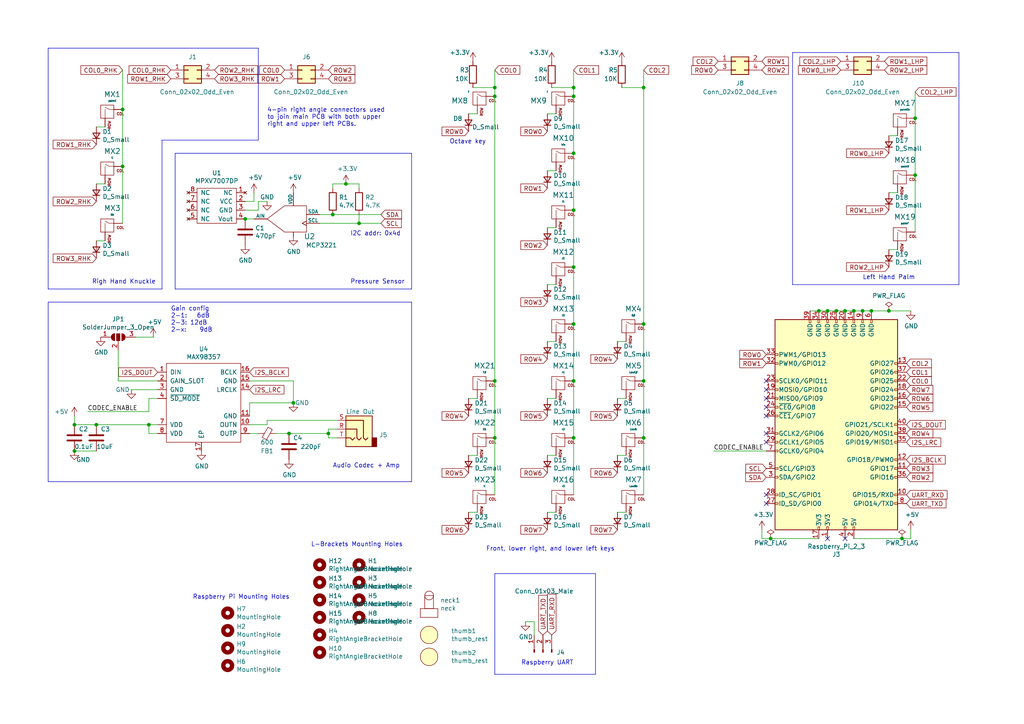
<source format=kicad_sch>
(kicad_sch (version 20230121) (generator eeschema)
  (paper "A4")
  (title_block (title "Haxophone") (date "2023-10-12") (rev "1.1.1") (company "Cardona Bits"))
  (junction (at 166.37 44.45))
  (junction (at 21.59 130.81))
  (junction (at 265.43 34.29))
  (junction (at 27.94 123.19))
  (junction (at 186.69 127))
  (junction (at 245.11 90.17))
  (junction (at 186.69 25.4))
  (junction (at 104.14 64.77))
  (junction (at 21.59 123.19))
  (junction (at 186.69 110.49))
  (junction (at 166.37 60.96))
  (junction (at 143.51 127))
  (junction (at 247.65 90.17))
  (junction (at 85.09 116.84))
  (junction (at 250.19 90.17))
  (junction (at 257.81 90.17))
  (junction (at 143.51 27.94))
  (junction (at 252.73 90.17))
  (junction (at 100.33 53.34))
  (junction (at 265.43 50.8))
  (junction (at 96.52 62.23))
  (junction (at 166.37 27.94))
  (junction (at 71.12 63.5))
  (junction (at 83.82 125.73))
  (junction (at 166.37 25.4))
  (junction (at 143.51 110.49))
  (junction (at 95.25 125.73))
  (junction (at 223.52 156.21))
  (junction (at 186.69 93.98))
  (junction (at 143.51 25.4))
  (junction (at 237.49 90.17))
  (junction (at 166.37 110.49))
  (junction (at 242.57 90.17))
  (junction (at 35.56 31.75))
  (junction (at 261.62 156.21))
  (junction (at 166.37 127))
  (junction (at 43.18 123.19))
  (junction (at 240.03 90.17))
  (junction (at 166.37 77.47))
  (junction (at 35.56 48.26))
  (junction (at 166.37 93.98))
  (no_connect (at 222.25 143.51))
  (no_connect (at 222.25 113.03))
  (no_connect (at 222.25 115.57))
  (no_connect (at 240.03 156.21))
  (no_connect (at 222.25 120.65))
  (no_connect (at 222.25 146.05))
  (no_connect (at 222.25 118.11))
  (no_connect (at 245.11 156.21))
  (no_connect (at 222.25 128.27))
  (no_connect (at 222.25 125.73))
  (no_connect (at 222.25 110.49))
  (wire (pts (xy 74.93 58.42) (xy 74.93 60.96)))
  (wire (pts (xy 143.51 127) (xy 143.51 143.51)))
  (polyline (pts (xy 229.87 15.24) (xy 229.87 82.55)))
  (wire (pts (xy 96.52 62.23) (xy 110.49 62.23)))
  (wire (pts (xy 35.56 31.75) (xy 35.56 48.26)))
  (wire (pts (xy 143.51 110.49) (xy 143.51 127)))
  (polyline (pts (xy 13.97 87.63) (xy 119.38 87.63)))
  (wire (pts (xy 257.81 55.88) (xy 260.35 55.88)))
  (wire (pts (xy 96.52 54.61) (xy 96.52 53.34)))
  (wire (pts (xy 71.12 58.42) (xy 73.66 58.42)))
  (polyline (pts (xy 50.8 83.82) (xy 50.8 44.45)))
  (wire (pts (xy 158.75 33.02) (xy 161.29 33.02)))
  (polyline (pts (xy 50.8 83.82) (xy 119.38 83.82)))
  (wire (pts (xy 77.47 123.19) (xy 77.47 121.92)))
  (wire (pts (xy 45.72 113.03) (xy 38.1 113.03)))
  (wire (pts (xy 104.14 53.34) (xy 104.14 54.61)))
  (polyline (pts (xy 74.93 13.97) (xy 74.93 40.64)))
  (wire (pts (xy 220.98 153.67) (xy 220.98 156.21)))
  (wire (pts (xy 43.18 125.73) (xy 43.18 123.19)))
  (polyline (pts (xy 229.87 15.24) (xy 278.13 15.24)))
  (wire (pts (xy 85.09 110.49) (xy 85.09 116.84)))
  (wire (pts (xy 72.39 110.49) (xy 85.09 110.49)))
  (wire (pts (xy 45.72 115.57) (xy 43.18 115.57)))
  (polyline (pts (xy 119.38 83.82) (xy 119.38 44.45)))
  (wire (pts (xy 264.16 153.67) (xy 264.16 156.21)))
  (wire (pts (xy 34.29 110.49) (xy 45.72 110.49)))
  (wire (pts (xy 154.94 180.34) (xy 154.94 184.15)))
  (wire (pts (xy 45.72 125.73) (xy 43.18 125.73)))
  (polyline (pts (xy 172.72 166.37) (xy 172.72 195.58)))
  (polyline (pts (xy 13.97 13.97) (xy 13.97 83.82)))
  (wire (pts (xy 257.81 72.39) (xy 260.35 72.39)))
  (wire (pts (xy 186.69 93.98) (xy 186.69 110.49)))
  (wire (pts (xy 72.39 116.84) (xy 85.09 116.84)))
  (wire (pts (xy 186.69 110.49) (xy 186.69 127)))
  (wire (pts (xy 245.11 90.17) (xy 247.65 90.17)))
  (wire (pts (xy 27.94 53.34) (xy 30.48 53.34)))
  (wire (pts (xy 92.71 62.23) (xy 96.52 62.23)))
  (wire (pts (xy 237.49 90.17) (xy 240.03 90.17)))
  (wire (pts (xy 166.37 143.51) (xy 166.37 127)))
  (polyline (pts (xy 119.38 44.45) (xy 50.8 44.45)))
  (polyline (pts (xy 74.93 40.64) (xy 46.99 40.64)))
  (wire (pts (xy 72.39 123.19) (xy 77.47 123.19)))
  (wire (pts (xy 166.37 20.32) (xy 166.37 25.4)))
  (polyline (pts (xy 13.97 13.97) (xy 74.93 13.97)))
  (wire (pts (xy 160.02 25.4) (xy 166.37 25.4)))
  (wire (pts (xy 179.07 148.59) (xy 181.61 148.59)))
  (wire (pts (xy 265.43 26.67) (xy 265.43 34.29)))
  (wire (pts (xy 95.25 124.46) (xy 97.79 124.46)))
  (wire (pts (xy 179.07 99.06) (xy 181.61 99.06)))
  (wire (pts (xy 25.4 119.38) (xy 43.18 119.38)))
  (wire (pts (xy 158.75 82.55) (xy 161.29 82.55)))
  (wire (pts (xy 73.66 63.5) (xy 71.12 63.5)))
  (wire (pts (xy 100.33 53.34) (xy 104.14 53.34)))
  (polyline (pts (xy 143.51 195.58) (xy 143.51 166.37)))
  (wire (pts (xy 135.89 148.59) (xy 138.43 148.59)))
  (polyline (pts (xy 278.13 15.24) (xy 278.13 82.55)))
  (wire (pts (xy 104.14 64.77) (xy 92.71 64.77)))
  (wire (pts (xy 158.75 66.04) (xy 161.29 66.04)))
  (wire (pts (xy 265.43 34.29) (xy 265.43 50.8)))
  (wire (pts (xy 166.37 127) (xy 166.37 110.49)))
  (wire (pts (xy 220.98 156.21) (xy 223.52 156.21)))
  (wire (pts (xy 158.75 132.08) (xy 161.29 132.08)))
  (wire (pts (xy 35.56 20.32) (xy 35.56 31.75)))
  (wire (pts (xy 166.37 110.49) (xy 166.37 93.98)))
  (wire (pts (xy 21.59 123.19) (xy 27.94 123.19)))
  (wire (pts (xy 166.37 25.4) (xy 166.37 27.94)))
  (wire (pts (xy 180.34 25.4) (xy 186.69 25.4)))
  (wire (pts (xy 186.69 20.32) (xy 186.69 25.4)))
  (wire (pts (xy 158.75 49.53) (xy 161.29 49.53)))
  (wire (pts (xy 186.69 127) (xy 186.69 143.51)))
  (polyline (pts (xy 13.97 83.82) (xy 46.99 83.82)))
  (wire (pts (xy 166.37 93.98) (xy 166.37 77.47)))
  (wire (pts (xy 39.37 97.79) (xy 44.45 97.79)))
  (wire (pts (xy 179.07 132.08) (xy 181.61 132.08)))
  (wire (pts (xy 247.65 156.21) (xy 261.62 156.21)))
  (wire (pts (xy 265.43 50.8) (xy 265.43 67.31)))
  (wire (pts (xy 261.62 156.21) (xy 264.16 156.21)))
  (wire (pts (xy 34.29 101.6) (xy 34.29 110.49)))
  (wire (pts (xy 83.82 125.73) (xy 95.25 125.73)))
  (wire (pts (xy 135.89 115.57) (xy 138.43 115.57)))
  (wire (pts (xy 72.39 116.84) (xy 72.39 120.65)))
  (wire (pts (xy 223.52 156.21) (xy 237.49 156.21)))
  (wire (pts (xy 143.51 27.94) (xy 143.51 110.49)))
  (wire (pts (xy 179.07 115.57) (xy 181.61 115.57)))
  (wire (pts (xy 21.59 130.81) (xy 27.94 130.81)))
  (wire (pts (xy 207.01 130.81) (xy 222.25 130.81)))
  (wire (pts (xy 74.93 60.96) (xy 71.12 60.96)))
  (wire (pts (xy 257.81 90.17) (xy 264.16 90.17)))
  (wire (pts (xy 257.81 39.37) (xy 260.35 39.37)))
  (polyline (pts (xy 143.51 166.37) (xy 172.72 166.37)))
  (polyline (pts (xy 13.97 139.7) (xy 119.38 139.7)))
  (polyline (pts (xy 46.99 83.82) (xy 46.99 40.64)))
  (wire (pts (xy 135.89 33.02) (xy 138.43 33.02)))
  (wire (pts (xy 35.56 48.26) (xy 35.56 64.77)))
  (wire (pts (xy 95.25 127) (xy 97.79 127)))
  (wire (pts (xy 27.94 36.83) (xy 30.48 36.83)))
  (wire (pts (xy 242.57 90.17) (xy 245.11 90.17)))
  (wire (pts (xy 21.59 123.19) (xy 21.59 120.65)))
  (wire (pts (xy 73.66 58.42) (xy 73.66 55.88)))
  (wire (pts (xy 77.47 121.92) (xy 97.79 121.92)))
  (wire (pts (xy 152.4 180.34) (xy 154.94 180.34)))
  (wire (pts (xy 96.52 53.34) (xy 100.33 53.34)))
  (wire (pts (xy 72.39 125.73) (xy 74.93 125.73)))
  (wire (pts (xy 247.65 90.17) (xy 250.19 90.17)))
  (polyline (pts (xy 229.87 82.55) (xy 278.13 82.55)))
  (wire (pts (xy 104.14 62.23) (xy 104.14 64.77)))
  (wire (pts (xy 43.18 123.19) (xy 45.72 123.19)))
  (wire (pts (xy 143.51 20.32) (xy 143.51 25.4)))
  (wire (pts (xy 95.25 125.73) (xy 95.25 127)))
  (polyline (pts (xy 13.97 87.63) (xy 13.97 139.7)))
  (wire (pts (xy 166.37 44.45) (xy 166.37 27.94)))
  (wire (pts (xy 135.89 132.08) (xy 138.43 132.08)))
  (wire (pts (xy 27.94 69.85) (xy 30.48 69.85)))
  (wire (pts (xy 186.69 25.4) (xy 186.69 93.98)))
  (wire (pts (xy 77.47 58.42) (xy 74.93 58.42)))
  (wire (pts (xy 137.16 25.4) (xy 143.51 25.4)))
  (wire (pts (xy 80.01 125.73) (xy 83.82 125.73)))
  (wire (pts (xy 158.75 148.59) (xy 161.29 148.59)))
  (wire (pts (xy 27.94 123.19) (xy 43.18 123.19)))
  (wire (pts (xy 95.25 124.46) (xy 95.25 125.73)))
  (wire (pts (xy 234.95 90.17) (xy 237.49 90.17)))
  (wire (pts (xy 240.03 90.17) (xy 242.57 90.17)))
  (polyline (pts (xy 172.72 195.58) (xy 143.51 195.58)))
  (wire (pts (xy 158.75 99.06) (xy 161.29 99.06)))
  (wire (pts (xy 158.75 115.57) (xy 161.29 115.57)))
  (wire (pts (xy 252.73 90.17) (xy 257.81 90.17)))
  (wire (pts (xy 166.37 60.96) (xy 166.37 44.45)))
  (wire (pts (xy 143.51 25.4) (xy 143.51 27.94)))
  (wire (pts (xy 166.37 77.47) (xy 166.37 60.96)))
  (wire (pts (xy 250.19 90.17) (xy 252.73 90.17)))
  (polyline (pts (xy 119.38 87.63) (xy 119.38 139.7)))
  (wire (pts (xy 104.14 64.77) (xy 110.49 64.77)))
  (wire (pts (xy 43.18 119.38) (xy 43.18 115.57)))
  (text "4-pin right angle connectors used \nto join main PCB with both upper \nright and upper left PCBs." (at 77.47 36.83 0) (effects (font (size 1.27 1.27)) (justify left bottom)))
  (text "Raspberry Pi Mounting Holes" (at 55.88 173.99 0) (effects (font (size 1.27 1.27)) (justify left bottom)))
  (text "Left Hand Palm" (at 250.19 81.28 0) (effects (font (size 1.27 1.27)) (justify left bottom)))
  (text "Raspberry UART" (at 151.13 193.04 0) (effects (font (size 1.27 1.27)) (justify left bottom)))
  (text "L-Brackets Mounting Holes" (at 90.17 158.75 0) (effects (font (size 1.27 1.27)) (justify left bottom)))
  (text "Octave key" (at 140.97 41.91 0) (effects (font (size 1.27 1.27)) (justify right bottom)))
  (text "Righ Hand Knuckle" (at 26.67 82.55 0) (effects (font (size 1.27 1.27)) (justify left bottom)))
  (text "Gain config\n2-1:   6dB\n2-3: 12dB\n2-x:    9dB" (at 49.53 96.52 0) (effects (font (size 1.27 1.27)) (justify left bottom)))
  (text "Audio Codec + Amp" (at 96.52 135.89 0) (effects (font (size 1.27 1.27)) (justify left bottom)))
  (text "I2C addr: 0x4d" (at 101.6 68.58 0) (effects (font (size 1.27 1.27)) (justify left bottom)))
  (text "Front, lower right, and lower left keys" (at 140.97 160.02 0) (effects (font (size 1.27 1.27)) (justify left bottom)))
  (text "Pressure Sensor" (at 101.6 82.55 0) (effects (font (size 1.27 1.27)) (justify left bottom)))
  (label "CODEC_ENABLE" (at 207.01 130.81 0))
  (label "CODEC_ENABLE" (at 25.4 119.38 0))
  (global_label "ROW5" (shape input) (at 158.75 120.65 180) (property "Intersheetrefs" "${INTERSHEET_REFS}" (effects hide)))
  (global_label "I2S_BCLK" (shape input) (at 262.89 133.35 0) (property "Intersheetrefs" "${INTERSHEET_REFS}" (effects hide)))
  (global_label "SCL" (shape input) (at 110.49 64.77 0) (property "Intersheetrefs" "${INTERSHEET_REFS}" (effects hide)))
  (global_label "ROW1" (shape input) (at 158.75 54.61 180) (property "Intersheetrefs" "${INTERSHEET_REFS}" (effects hide)))
  (global_label "ROW0_LHP" (shape input) (at 257.81 44.45 180) (property "Intersheetrefs" "${INTERSHEET_REFS}" (effects hide)))
  (global_label "UART_RXD" (shape input) (at 262.89 143.51 0) (property "Intersheetrefs" "${INTERSHEET_REFS}" (effects hide)))
  (global_label "ROW2" (shape input) (at 262.89 138.43 0) (property "Intersheetrefs" "${INTERSHEET_REFS}" (effects hide)))
  (global_label "COL0" (shape input) (at 262.89 110.49 0) (property "Intersheetrefs" "${INTERSHEET_REFS}" (effects hide)))
  (global_label "ROW2_LHP" (shape input) (at 256.54 20.32 0) (property "Intersheetrefs" "${INTERSHEET_REFS}" (effects hide)))
  (global_label "ROW1" (shape input) (at 220.98 17.78 0) (property "Intersheetrefs" "${INTERSHEET_REFS}" (effects hide)))
  (global_label "ROW0" (shape input) (at 208.28 20.32 180) (property "Intersheetrefs" "${INTERSHEET_REFS}" (effects hide)))
  (global_label "COL0_RHK" (shape input) (at 49.53 20.32 180) (property "Intersheetrefs" "${INTERSHEET_REFS}" (effects hide)))
  (global_label "ROW1_RHK" (shape input) (at 49.53 22.86 180) (property "Intersheetrefs" "${INTERSHEET_REFS}" (effects hide)))
  (global_label "COL2" (shape input) (at 262.89 105.41 0) (property "Intersheetrefs" "${INTERSHEET_REFS}" (effects hide)))
  (global_label "ROW7" (shape input) (at 158.75 153.67 180) (property "Intersheetrefs" "${INTERSHEET_REFS}" (effects hide)))
  (global_label "ROW5" (shape input) (at 262.89 118.11 0) (property "Intersheetrefs" "${INTERSHEET_REFS}" (effects hide)))
  (global_label "ROW4" (shape input) (at 158.75 104.14 180) (property "Intersheetrefs" "${INTERSHEET_REFS}" (effects hide)))
  (global_label "COL0_RHK" (shape input) (at 35.56 20.32 180) (property "Intersheetrefs" "${INTERSHEET_REFS}" (effects hide)))
  (global_label "COL2" (shape input) (at 208.28 17.78 180) (property "Intersheetrefs" "${INTERSHEET_REFS}" (effects hide)))
  (global_label "ROW2" (shape input) (at 158.75 71.12 180) (property "Intersheetrefs" "${INTERSHEET_REFS}" (effects hide)))
  (global_label "ROW2_RHK" (shape input) (at 27.94 58.42 180) (property "Intersheetrefs" "${INTERSHEET_REFS}" (effects hide)))
  (global_label "ROW3" (shape input) (at 95.25 22.86 0) (property "Intersheetrefs" "${INTERSHEET_REFS}" (effects hide)))
  (global_label "ROW4" (shape input) (at 262.89 125.73 0) (property "Intersheetrefs" "${INTERSHEET_REFS}" (effects hide)))
  (global_label "SCL" (shape input) (at 222.25 135.89 180) (property "Intersheetrefs" "${INTERSHEET_REFS}" (effects hide)))
  (global_label "SDA" (shape input) (at 110.49 62.23 0) (property "Intersheetrefs" "${INTERSHEET_REFS}" (effects hide)))
  (global_label "I2S_DOUT" (shape input) (at 262.89 123.19 0) (property "Intersheetrefs" "${INTERSHEET_REFS}" (effects hide)))
  (global_label "UART_TXD" (shape input) (at 157.48 184.15 90) (property "Intersheetrefs" "${INTERSHEET_REFS}" (effects hide)))
  (global_label "ROW4" (shape input) (at 179.07 104.14 180) (property "Intersheetrefs" "${INTERSHEET_REFS}" (effects hide)))
  (global_label "ROW0" (shape input) (at 135.89 38.1 180) (property "Intersheetrefs" "${INTERSHEET_REFS}" (effects hide)))
  (global_label "ROW7" (shape input) (at 262.89 113.03 0) (property "Intersheetrefs" "${INTERSHEET_REFS}" (effects hide)))
  (global_label "ROW1_LHP" (shape input) (at 256.54 17.78 0) (property "Intersheetrefs" "${INTERSHEET_REFS}" (effects hide)))
  (global_label "ROW5" (shape input) (at 179.07 120.65 180) (property "Intersheetrefs" "${INTERSHEET_REFS}" (effects hide)))
  (global_label "I2S_DOUT" (shape input) (at 45.72 107.95 180) (property "Intersheetrefs" "${INTERSHEET_REFS}" (effects hide)))
  (global_label "ROW2_RHK" (shape input) (at 62.23 20.32 0) (property "Intersheetrefs" "${INTERSHEET_REFS}" (effects hide)))
  (global_label "ROW2" (shape input) (at 95.25 20.32 0) (property "Intersheetrefs" "${INTERSHEET_REFS}" (effects hide)))
  (global_label "COL0" (shape input) (at 143.51 20.32 0) (property "Intersheetrefs" "${INTERSHEET_REFS}" (effects hide)))
  (global_label "COL1" (shape input) (at 262.89 107.95 0) (property "Intersheetrefs" "${INTERSHEET_REFS}" (effects hide)))
  (global_label "ROW3_RHK" (shape input) (at 27.94 74.93 180) (property "Intersheetrefs" "${INTERSHEET_REFS}" (effects hide)))
  (global_label "ROW0" (shape input) (at 158.75 38.1 180) (property "Intersheetrefs" "${INTERSHEET_REFS}" (effects hide)))
  (global_label "I2S_LRC" (shape input) (at 262.89 128.27 0) (property "Intersheetrefs" "${INTERSHEET_REFS}" (effects hide)))
  (global_label "ROW0" (shape input) (at 222.25 102.87 180) (property "Intersheetrefs" "${INTERSHEET_REFS}" (effects hide)))
  (global_label "SDA" (shape input) (at 222.25 138.43 180) (property "Intersheetrefs" "${INTERSHEET_REFS}" (effects hide)))
  (global_label "ROW6" (shape input) (at 135.89 153.67 180) (property "Intersheetrefs" "${INTERSHEET_REFS}" (effects hide)))
  (global_label "COL2" (shape input) (at 186.69 20.32 0) (property "Intersheetrefs" "${INTERSHEET_REFS}" (effects hide)))
  (global_label "UART_TXD" (shape input) (at 262.89 146.05 0) (property "Intersheetrefs" "${INTERSHEET_REFS}" (effects hide)))
  (global_label "UART_RXD" (shape input) (at 160.02 184.15 90) (property "Intersheetrefs" "${INTERSHEET_REFS}" (effects hide)))
  (global_label "I2S_BCLK" (shape input) (at 72.39 107.95 0) (property "Intersheetrefs" "${INTERSHEET_REFS}" (effects hide)))
  (global_label "ROW4" (shape input) (at 135.89 120.65 180) (property "Intersheetrefs" "${INTERSHEET_REFS}" (effects hide)))
  (global_label "ROW1" (shape input) (at 222.25 105.41 180) (property "Intersheetrefs" "${INTERSHEET_REFS}" (effects hide)))
  (global_label "ROW1_LHP" (shape input) (at 257.81 60.96 180) (property "Intersheetrefs" "${INTERSHEET_REFS}" (effects hide)))
  (global_label "ROW6" (shape input) (at 262.89 115.57 0) (property "Intersheetrefs" "${INTERSHEET_REFS}" (effects hide)))
  (global_label "COL2_LHP" (shape input) (at 243.84 17.78 180) (property "Intersheetrefs" "${INTERSHEET_REFS}" (effects hide)))
  (global_label "COL0" (shape input) (at 82.55 20.32 180) (property "Intersheetrefs" "${INTERSHEET_REFS}" (effects hide)))
  (global_label "ROW3_RHK" (shape input) (at 62.23 22.86 0) (property "Intersheetrefs" "${INTERSHEET_REFS}" (effects hide)))
  (global_label "ROW5" (shape input) (at 135.89 137.16 180) (property "Intersheetrefs" "${INTERSHEET_REFS}" (effects hide)))
  (global_label "ROW3" (shape input) (at 158.75 87.63 180) (property "Intersheetrefs" "${INTERSHEET_REFS}" (effects hide)))
  (global_label "COL1" (shape input) (at 166.37 20.32 0) (property "Intersheetrefs" "${INTERSHEET_REFS}" (effects hide)))
  (global_label "ROW2_LHP" (shape input) (at 257.81 77.47 180) (property "Intersheetrefs" "${INTERSHEET_REFS}" (effects hide)))
  (global_label "ROW0_LHP" (shape input) (at 243.84 20.32 180) (property "Intersheetrefs" "${INTERSHEET_REFS}" (effects hide)))
  (global_label "ROW1_RHK" (shape input) (at 27.94 41.91 180) (property "Intersheetrefs" "${INTERSHEET_REFS}" (effects hide)))
  (global_label "ROW7" (shape input) (at 179.07 153.67 180) (property "Intersheetrefs" "${INTERSHEET_REFS}" (effects hide)))
  (global_label "ROW1" (shape input) (at 82.55 22.86 180) (property "Intersheetrefs" "${INTERSHEET_REFS}" (effects hide)))
  (global_label "ROW6" (shape input) (at 179.07 137.16 180) (property "Intersheetrefs" "${INTERSHEET_REFS}" (effects hide)))
  (global_label "COL2_LHP" (shape input) (at 265.43 26.67 0) (property "Intersheetrefs" "${INTERSHEET_REFS}" (effects hide)))
  (global_label "ROW6" (shape input) (at 158.75 137.16 180) (property "Intersheetrefs" "${INTERSHEET_REFS}" (effects hide)))
  (global_label "ROW3" (shape input) (at 262.89 135.89 0) (property "Intersheetrefs" "${INTERSHEET_REFS}" (effects hide)))
  (global_label "ROW2" (shape input) (at 220.98 20.32 0) (property "Intersheetrefs" "${INTERSHEET_REFS}" (effects hide)))
  (global_label "I2S_LRC" (shape input) (at 72.39 113.03 0) (property "Intersheetrefs" "${INTERSHEET_REFS}" (effects hide)))
  (symbol (lib_id "haxo001_library:Raspberry_Pi_2_3-Connector") (at 242.57 123.19 180) (unit 1)
    (property "Reference" "J3" (at 242.57 160.8074 0))
    (property "Value" "Raspberry_Pi_2_3" (at 242.57 158.496 0))
    (property "Footprint" "Connector_PinSocket_2.54mm:PinSocket_2x20_P2.54mm_Vertical" (effects hide))
    (property "Datasheet" "https://www.raspberrypi.org/documentation/hardware/raspberrypi/schematics/rpi_SCH_3bplus_1p0_reduced.pdf" (effects hide))
    (property "Field4" "Samtec" (effects hide))
    (property "Field5" "SSW-120-01-F-D" (effects hide))
    (property "LCSC" "C132132" (effects hide))
  )
  (symbol (lib_id "MX_Alps_Hybrid:MX-NoLED") (at 31.75 33.02 0) (unit 1) (in_bom no)
    (property "Reference" "MX1" (at 32.5882 27.3558 0) (effects (font (size 1.524 1.524))))
    (property "Value" "palmE" (at 32.5882 29.2354 0) (effects (font (size 0.508 0.508))))
    (property "Footprint" "MX_Only:MXOnly-1U-NoLED" (effects hide))
  )
  (symbol (lib_id "Device:D_Small") (at 27.94 39.37 90) (unit 1)
    (property "Reference" "D1" (at 29.718 38.2016 90) (effects (justify right)))
    (property "Value" "D_Small" (at 29.718 40.513 90) (effects (justify right)))
    (property "Footprint" "Diode_SMD:D_SOD-123" (effects hide))
    (property "LCSC" "C8598" (effects hide))
    (property "Sim.Device" "D" (effects hide))
    (property "Sim.Pins" "1=K 2=A" (effects hide))
  )
  (symbol (lib_id "MX_Alps_Hybrid:MX-NoLED") (at 31.75 49.53 0) (unit 1) (in_bom no)
    (property "Reference" "MX2" (at 32.5882 43.8658 0) (effects (font (size 1.524 1.524))))
    (property "Value" "C" (at 32.5882 45.7454 0) (effects (font (size 0.508 0.508))))
    (property "Footprint" "MX_Only:MXOnly-1U-NoLED" (effects hide))
  )
  (symbol (lib_id "Device:D_Small") (at 27.94 55.88 90) (unit 1)
    (property "Reference" "D2" (at 29.718 54.7116 90) (effects (justify right)))
    (property "Value" "D_Small" (at 29.718 57.023 90) (effects (justify right)))
    (property "Footprint" "Diode_SMD:D_SOD-123" (effects hide))
    (property "LCSC" "C8598" (effects hide))
    (property "Sim.Device" "D" (effects hide))
    (property "Sim.Pins" "1=K 2=A" (effects hide))
  )
  (symbol (lib_id "MX_Alps_Hybrid:MX-NoLED") (at 162.56 29.21 0) (unit 1) (in_bom no)
    (property "Reference" "MX9" (at 156.21 29.21 0) (effects (font (size 1.524 1.524))))
    (property "Value" "f" (at 158.75 26.67 0) (effects (font (size 0.508 0.508))))
    (property "Footprint" "MX_Only:MXOnly-1U-NoLED" (effects hide))
  )
  (symbol (lib_id "Device:D_Small") (at 158.75 35.56 90) (unit 1)
    (property "Reference" "D9" (at 160.528 34.3916 90) (effects (justify right)))
    (property "Value" "D_Small" (at 160.528 36.703 90) (effects (justify right)))
    (property "Footprint" "Diode_SMD:D_SOD-123" (effects hide))
    (property "LCSC" "C8598" (effects hide))
    (property "Sim.Device" "D" (effects hide))
    (property "Sim.Pins" "1=K 2=A" (effects hide))
  )
  (symbol (lib_id "MX_Alps_Hybrid:MX-NoLED") (at 139.7 29.21 0) (unit 1) (in_bom no)
    (property "Reference" "MX8" (at 133.35 29.21 0) (effects (font (size 1.524 1.524))))
    (property "Value" "T" (at 135.89 26.67 0) (effects (font (size 0.508 0.508))))
    (property "Footprint" "MX_Only:MXOnly-1U-NoLED" (effects hide))
  )
  (symbol (lib_id "Device:D_Small") (at 135.89 35.56 270) (mirror x) (unit 1)
    (property "Reference" "D8" (at 134.112 34.3916 90) (effects (justify right)))
    (property "Value" "D_Small" (at 144.78 36.83 90) (effects (justify right)))
    (property "Footprint" "Diode_SMD:D_SOD-123" (effects hide))
    (property "LCSC" "C8598" (effects hide))
    (property "Sim.Device" "D" (effects hide))
    (property "Sim.Pins" "1=K 2=A" (effects hide))
  )
  (symbol (lib_id "MX_Alps_Hybrid:MX-NoLED") (at 31.75 66.04 0) (unit 1) (in_bom no)
    (property "Reference" "MX3" (at 32.5882 60.3758 0) (effects (font (size 1.524 1.524))))
    (property "Value" "Bb" (at 32.5882 62.2554 0) (effects (font (size 0.508 0.508))))
    (property "Footprint" "MX_Only:MXOnly-1U-NoLED" (effects hide))
  )
  (symbol (lib_id "Device:D_Small") (at 27.94 72.39 90) (unit 1)
    (property "Reference" "D3" (at 29.718 71.2216 90) (effects (justify right)))
    (property "Value" "D_Small" (at 29.718 73.533 90) (effects (justify right)))
    (property "Footprint" "Diode_SMD:D_SOD-123" (effects hide))
    (property "LCSC" "C8598" (effects hide))
    (property "Sim.Device" "D" (effects hide))
    (property "Sim.Pins" "1=K 2=A" (effects hide))
  )
  (symbol (lib_id "MX_Alps_Hybrid:MX-NoLED") (at 162.56 45.72 0) (unit 1) (in_bom no)
    (property "Reference" "MX10" (at 163.3982 40.0558 0) (effects (font (size 1.524 1.524))))
    (property "Value" "bis" (at 163.3982 41.9354 0) (effects (font (size 0.508 0.508))))
    (property "Footprint" "MX_Only:MXOnly-1U-NoLED" (effects hide))
  )
  (symbol (lib_id "Device:D_Small") (at 158.75 52.07 90) (unit 1)
    (property "Reference" "D10" (at 160.528 50.9016 90) (effects (justify right)))
    (property "Value" "D_Small" (at 160.528 53.213 90) (effects (justify right)))
    (property "Footprint" "Diode_SMD:D_SOD-123" (effects hide))
    (property "LCSC" "C8598" (effects hide))
    (property "Sim.Device" "D" (effects hide))
    (property "Sim.Pins" "1=K 2=A" (effects hide))
  )
  (symbol (lib_id "MX_Alps_Hybrid:MX-NoLED") (at 162.56 62.23 0) (unit 1) (in_bom no)
    (property "Reference" "MX11" (at 163.3982 56.5658 0) (effects (font (size 1.524 1.524))))
    (property "Value" "l1" (at 163.3982 58.4454 0) (effects (font (size 0.508 0.508))))
    (property "Footprint" "MX_Only:MXOnly-1U-NoLED" (effects hide))
  )
  (symbol (lib_id "Device:D_Small") (at 158.75 68.58 90) (unit 1)
    (property "Reference" "D11" (at 160.528 67.4116 90) (effects (justify right)))
    (property "Value" "D_Small" (at 160.528 69.723 90) (effects (justify right)))
    (property "Footprint" "Diode_SMD:D_SOD-123" (effects hide))
    (property "LCSC" "C8598" (effects hide))
    (property "Sim.Device" "D" (effects hide))
    (property "Sim.Pins" "1=K 2=A" (effects hide))
  )
  (symbol (lib_id "MX_Alps_Hybrid:MX-NoLED") (at 261.62 35.56 0) (unit 1) (in_bom no)
    (property "Reference" "MX17" (at 262.4582 29.8958 0) (effects (font (size 1.524 1.524))))
    (property "Value" "palmEb" (at 262.4582 31.7754 0) (effects (font (size 0.508 0.508))))
    (property "Footprint" "MX_Only:MXOnly-1U-NoLED" (effects hide))
  )
  (symbol (lib_id "Device:D_Small") (at 257.81 41.91 90) (unit 1)
    (property "Reference" "D17" (at 259.588 40.7416 90) (effects (justify right)))
    (property "Value" "D_Small" (at 259.588 43.053 90) (effects (justify right)))
    (property "Footprint" "Diode_SMD:D_SOD-123" (effects hide))
    (property "LCSC" "C8598" (effects hide))
    (property "Sim.Device" "D" (effects hide))
    (property "Sim.Pins" "1=K 2=A" (effects hide))
  )
  (symbol (lib_id "MX_Alps_Hybrid:MX-NoLED") (at 261.62 52.07 0) (unit 1) (in_bom no)
    (property "Reference" "MX18" (at 262.4582 46.4058 0) (effects (font (size 1.524 1.524))))
    (property "Value" "palmD" (at 262.4582 48.2854 0) (effects (font (size 0.508 0.508))))
    (property "Footprint" "MX_Only:MXOnly-1U-NoLED" (effects hide))
  )
  (symbol (lib_id "Device:D_Small") (at 257.81 58.42 90) (unit 1)
    (property "Reference" "D18" (at 259.588 57.2516 90) (effects (justify right)))
    (property "Value" "D_Small" (at 259.588 59.563 90) (effects (justify right)))
    (property "Footprint" "Diode_SMD:D_SOD-123" (effects hide))
    (property "LCSC" "C8598" (effects hide))
    (property "Sim.Device" "D" (effects hide))
    (property "Sim.Pins" "1=K 2=A" (effects hide))
  )
  (symbol (lib_id "MX_Alps_Hybrid:MX-NoLED") (at 261.62 68.58 0) (unit 1) (in_bom no)
    (property "Reference" "MX19" (at 262.4582 62.9158 0) (effects (font (size 1.524 1.524))))
    (property "Value" "palmF" (at 262.4582 64.7954 0) (effects (font (size 0.508 0.508))))
    (property "Footprint" "MX_Only:MXOnly-1U-NoLED" (effects hide))
  )
  (symbol (lib_id "Device:D_Small") (at 257.81 74.93 90) (unit 1)
    (property "Reference" "D19" (at 259.588 73.7616 90) (effects (justify right)))
    (property "Value" "D_Small" (at 259.588 76.073 90) (effects (justify right)))
    (property "Footprint" "Diode_SMD:D_SOD-123" (effects hide))
    (property "LCSC" "C8598" (effects hide))
    (property "Sim.Device" "D" (effects hide))
    (property "Sim.Pins" "1=K 2=A" (effects hide))
  )
  (symbol (lib_id "MX_Alps_Hybrid:MX-NoLED") (at 182.88 95.25 0) (unit 1) (in_bom no)
    (property "Reference" "MX4" (at 183.7182 89.5858 0) (effects (font (size 1.524 1.524))))
    (property "Value" "G#" (at 183.7182 91.4654 0) (effects (font (size 0.508 0.508))))
    (property "Footprint" "MX_Only:MXOnly-1U-NoLED" (effects hide))
  )
  (symbol (lib_id "Device:D_Small") (at 179.07 101.6 90) (unit 1)
    (property "Reference" "D4" (at 180.848 100.4316 90) (effects (justify right)))
    (property "Value" "D_Small" (at 180.848 102.743 90) (effects (justify right)))
    (property "Footprint" "Diode_SMD:D_SOD-123" (effects hide))
    (property "LCSC" "C8598" (effects hide))
    (property "Sim.Device" "D" (effects hide))
    (property "Sim.Pins" "1=K 2=A" (effects hide))
  )
  (symbol (lib_id "MX_Alps_Hybrid:MX-NoLED") (at 162.56 78.74 0) (unit 1) (in_bom no)
    (property "Reference" "MX12" (at 163.3982 73.0758 0) (effects (font (size 1.524 1.524))))
    (property "Value" "l2" (at 163.3982 74.9554 0) (effects (font (size 0.508 0.508))))
    (property "Footprint" "MX_Only:MXOnly-1U-NoLED" (effects hide))
  )
  (symbol (lib_id "Device:D_Small") (at 158.75 85.09 90) (unit 1)
    (property "Reference" "D12" (at 160.528 83.9216 90) (effects (justify right)))
    (property "Value" "D_Small" (at 160.528 86.233 90) (effects (justify right)))
    (property "Footprint" "Diode_SMD:D_SOD-123" (effects hide))
    (property "LCSC" "C8598" (effects hide))
    (property "Sim.Device" "D" (effects hide))
    (property "Sim.Pins" "1=K 2=A" (effects hide))
  )
  (symbol (lib_id "MX_Alps_Hybrid:MX-NoLED") (at 182.88 111.76 0) (unit 1) (in_bom no)
    (property "Reference" "MX5" (at 183.7182 106.0958 0) (effects (font (size 1.524 1.524))))
    (property "Value" "LowC#" (at 183.7182 107.9754 0) (effects (font (size 0.508 0.508))))
    (property "Footprint" "MX_Only:MXOnly-1U-NoLED" (effects hide))
  )
  (symbol (lib_id "Device:D_Small") (at 179.07 118.11 90) (unit 1)
    (property "Reference" "D5" (at 180.848 116.9416 90) (effects (justify right)))
    (property "Value" "D_Small" (at 180.848 119.253 90) (effects (justify right)))
    (property "Footprint" "Diode_SMD:D_SOD-123" (effects hide))
    (property "LCSC" "C8598" (effects hide))
    (property "Sim.Device" "D" (effects hide))
    (property "Sim.Pins" "1=K 2=A" (effects hide))
  )
  (symbol (lib_id "MX_Alps_Hybrid:MX-NoLED") (at 162.56 95.25 0) (unit 1) (in_bom no)
    (property "Reference" "MX13" (at 163.3982 89.5858 0) (effects (font (size 1.524 1.524))))
    (property "Value" "l3" (at 163.3982 91.4654 0) (effects (font (size 0.508 0.508))))
    (property "Footprint" "MX_Only:MXOnly-1U-NoLED" (effects hide))
  )
  (symbol (lib_id "Device:D_Small") (at 158.75 101.6 90) (unit 1)
    (property "Reference" "D13" (at 160.528 100.4316 90) (effects (justify right)))
    (property "Value" "D_Small" (at 160.528 102.743 90) (effects (justify right)))
    (property "Footprint" "Diode_SMD:D_SOD-123" (effects hide))
    (property "LCSC" "C8598" (effects hide))
    (property "Sim.Device" "D" (effects hide))
    (property "Sim.Pins" "1=K 2=A" (effects hide))
  )
  (symbol (lib_id "MX_Alps_Hybrid:MX-NoLED") (at 182.88 128.27 0) (unit 1) (in_bom no)
    (property "Reference" "MX6" (at 183.7182 122.6058 0) (effects (font (size 1.524 1.524))))
    (property "Value" "LowB" (at 183.7182 124.4854 0) (effects (font (size 0.508 0.508))))
    (property "Footprint" "MX_Only:MXOnly-1U-NoLED" (effects hide))
  )
  (symbol (lib_id "Device:D_Small") (at 179.07 134.62 90) (unit 1)
    (property "Reference" "D6" (at 180.848 133.4516 90) (effects (justify right)))
    (property "Value" "D_Small" (at 180.848 135.763 90) (effects (justify right)))
    (property "Footprint" "Diode_SMD:D_SOD-123" (effects hide))
    (property "LCSC" "C8598" (effects hide))
    (property "Sim.Device" "D" (effects hide))
    (property "Sim.Pins" "1=K 2=A" (effects hide))
  )
  (symbol (lib_id "MX_Alps_Hybrid:MX-NoLED") (at 162.56 111.76 0) (unit 1) (in_bom no)
    (property "Reference" "MX14" (at 163.3982 106.0958 0) (effects (font (size 1.524 1.524))))
    (property "Value" "r1" (at 163.3982 107.9754 0) (effects (font (size 0.508 0.508))))
    (property "Footprint" "MX_Only:MXOnly-1U-NoLED" (effects hide))
  )
  (symbol (lib_id "Device:D_Small") (at 158.75 118.11 90) (unit 1)
    (property "Reference" "D14" (at 160.528 116.9416 90) (effects (justify right)))
    (property "Value" "D_Small" (at 160.528 119.253 90) (effects (justify right)))
    (property "Footprint" "Diode_SMD:D_SOD-123" (effects hide))
    (property "LCSC" "C8598" (effects hide))
    (property "Sim.Device" "D" (effects hide))
    (property "Sim.Pins" "1=K 2=A" (effects hide))
  )
  (symbol (lib_id "MX_Alps_Hybrid:MX-NoLED") (at 182.88 144.78 0) (unit 1) (in_bom no)
    (property "Reference" "MX7" (at 183.7182 139.1158 0) (effects (font (size 1.524 1.524))))
    (property "Value" "LowBb" (at 183.7182 140.9954 0) (effects (font (size 0.508 0.508))))
    (property "Footprint" "MX_Only:MXOnly-1U-NoLED" (effects hide))
  )
  (symbol (lib_id "Device:D_Small") (at 179.07 151.13 90) (unit 1)
    (property "Reference" "D7" (at 180.848 149.9616 90) (effects (justify right)))
    (property "Value" "D_Small" (at 180.848 152.273 90) (effects (justify right)))
    (property "Footprint" "Diode_SMD:D_SOD-123" (effects hide))
    (property "LCSC" "C8598" (effects hide))
    (property "Sim.Device" "D" (effects hide))
    (property "Sim.Pins" "1=K 2=A" (effects hide))
  )
  (symbol (lib_id "MX_Alps_Hybrid:MX-NoLED") (at 162.56 128.27 0) (unit 1) (in_bom no)
    (property "Reference" "MX15" (at 163.3982 122.6058 0) (effects (font (size 1.524 1.524))))
    (property "Value" "r2" (at 163.3982 124.4854 0) (effects (font (size 0.508 0.508))))
    (property "Footprint" "MX_Only:MXOnly-1U-NoLED" (effects hide))
  )
  (symbol (lib_id "Device:D_Small") (at 158.75 134.62 90) (unit 1)
    (property "Reference" "D15" (at 160.528 133.4516 90) (effects (justify right)))
    (property "Value" "D_Small" (at 160.528 135.763 90) (effects (justify right)))
    (property "Footprint" "Diode_SMD:D_SOD-123" (effects hide))
    (property "LCSC" "C8598" (effects hide))
    (property "Sim.Device" "D" (effects hide))
    (property "Sim.Pins" "1=K 2=A" (effects hide))
  )
  (symbol (lib_id "MX_Alps_Hybrid:MX-NoLED") (at 139.7 111.76 0) (unit 1) (in_bom no)
    (property "Reference" "MX21" (at 140.5382 106.0958 0) (effects (font (size 1.524 1.524))))
    (property "Value" "F#" (at 140.5382 107.9754 0) (effects (font (size 0.508 0.508))))
    (property "Footprint" "MX_Only:MXOnly-1U-NoLED" (effects hide))
  )
  (symbol (lib_id "Device:D_Small") (at 135.89 118.11 90) (unit 1)
    (property "Reference" "D21" (at 137.668 116.9416 90) (effects (justify right)))
    (property "Value" "D_Small" (at 137.668 119.253 90) (effects (justify right)))
    (property "Footprint" "Diode_SMD:D_SOD-123" (effects hide))
    (property "LCSC" "C8598" (effects hide))
    (property "Sim.Device" "D" (effects hide))
    (property "Sim.Pins" "1=K 2=A" (effects hide))
  )
  (symbol (lib_id "MX_Alps_Hybrid:MX-NoLED") (at 139.7 128.27 0) (unit 1) (in_bom no)
    (property "Reference" "MX22" (at 140.5382 122.6058 0) (effects (font (size 1.524 1.524))))
    (property "Value" "Eb" (at 140.5382 124.4854 0) (effects (font (size 0.508 0.508))))
    (property "Footprint" "MX_Only:MXOnly-1U-NoLED" (effects hide))
  )
  (symbol (lib_id "Device:D_Small") (at 135.89 134.62 90) (unit 1)
    (property "Reference" "D22" (at 137.668 133.4516 90) (effects (justify right)))
    (property "Value" "D_Small" (at 137.668 135.763 90) (effects (justify right)))
    (property "Footprint" "Diode_SMD:D_SOD-123" (effects hide))
    (property "LCSC" "C8598" (effects hide))
    (property "Sim.Device" "D" (effects hide))
    (property "Sim.Pins" "1=K 2=A" (effects hide))
  )
  (symbol (lib_id "MX_Alps_Hybrid:MX-NoLED") (at 139.7 144.78 0) (unit 1) (in_bom no)
    (property "Reference" "MX23" (at 140.5382 139.1158 0) (effects (font (size 1.524 1.524))))
    (property "Value" "C" (at 140.5382 140.9954 0) (effects (font (size 0.508 0.508))))
    (property "Footprint" "MX_Only:MXOnly-1U-NoLED" (effects hide))
  )
  (symbol (lib_id "Device:D_Small") (at 135.89 151.13 90) (unit 1)
    (property "Reference" "D23" (at 137.668 149.9616 90) (effects (justify right)))
    (property "Value" "D_Small" (at 137.668 152.273 90) (effects (justify right)))
    (property "Footprint" "Diode_SMD:D_SOD-123" (effects hide))
    (property "LCSC" "C8598" (effects hide))
    (property "Sim.Device" "D" (effects hide))
    (property "Sim.Pins" "1=K 2=A" (effects hide))
  )
  (symbol (lib_id "Connector_Generic:Conn_02x02_Odd_Even") (at 87.63 20.32 0) (unit 1) (in_bom no)
    (property "Reference" "J6" (at 88.9 16.51 0))
    (property "Value" "Conn_02x02_Odd_Even" (at 90.17 26.67 0))
    (property "Footprint" "Connector_PinSocket_2.54mm:PinSocket_2x02_P2.54mm_Horizontal" (effects hide))
    (property "Field4" "Adam Tech" (effects hide))
    (property "Field5" "TSW-102-25-T-D-RA" (effects hide))
  )
  (symbol (lib_id "Connector_Generic:Conn_02x02_Odd_Even") (at 213.36 17.78 0) (unit 1) (in_bom no)
    (property "Reference" "J8" (at 214.63 24.13 0))
    (property "Value" "Conn_02x02_Odd_Even" (at 214.63 26.67 0))
    (property "Footprint" "Connector_PinSocket_2.54mm:PinSocket_2x02_P2.54mm_Horizontal" (effects hide))
    (property "Field4" "Adam Tech" (effects hide))
    (property "Field5" "TSW-102-25-T-D-RA" (effects hide))
  )
  (symbol (lib_id "Connector_Generic:Conn_02x02_Odd_Even") (at 54.61 20.32 0) (unit 1) (in_bom no)
    (property "Reference" "J1" (at 55.88 16.51 0))
    (property "Value" "Conn_02x02_Odd_Even" (at 57.15 26.67 0))
    (property "Footprint" "Connector_PinHeader_2.54mm:PinHeader_2x02_P2.54mm_Vertical" (effects hide))
    (property "Field4" "TE Connectivity" (effects hide))
    (property "Field5" " 215309-2" (effects hide))
  )
  (symbol (lib_id "Connector_Generic:Conn_02x02_Odd_Even") (at 248.92 17.78 0) (unit 1) (in_bom no)
    (property "Reference" "J10" (at 248.92 24.13 0))
    (property "Value" "Conn_02x02_Odd_Even" (at 250.19 26.67 0))
    (property "Footprint" "Connector_PinHeader_2.54mm:PinHeader_2x02_P2.54mm_Vertical" (effects hide))
    (property "Field4" "TE Connectivity" (effects hide))
    (property "Field5" "5-535542-2" (effects hide))
  )
  (symbol (lib_id "power:GND") (at 264.16 90.17 0) (unit 1)
    (property "Reference" "#PWR0101" (effects hide))
    (property "Value" "GND" (at 264.287 94.5642 0))
  )
  (symbol (lib_id "power:+5V") (at 264.16 153.67 0) (unit 1)
    (property "Reference" "#PWR0102" (effects hide))
    (property "Value" "+5V" (at 264.541 149.2758 0))
  )
  (symbol (lib_id "power:+3.3V") (at 220.98 153.67 0) (unit 1)
    (property "Reference" "#PWR0103" (effects hide))
    (property "Value" "+3.3V" (at 221.361 149.2758 0))
  )
  (symbol (lib_id "power:PWR_FLAG") (at 257.81 90.17 0) (unit 1)
    (property "Reference" "#FLG0101" (effects hide))
    (property "Value" "PWR_FLAG" (at 257.81 85.7758 0))
  )
  (symbol (lib_id "power:PWR_FLAG") (at 261.62 156.21 0) (unit 1)
    (property "Reference" "#FLG0102" (effects hide))
    (property "Value" "PWR_FLAG" (at 261.62 157.48 0))
  )
  (symbol (lib_id "power:PWR_FLAG") (at 223.52 156.21 0) (unit 1)
    (property "Reference" "#FLG0103" (effects hide))
    (property "Value" "PWR_FLAG" (at 223.52 157.48 0))
  )
  (symbol (lib_id "mcp3221:MCP3221") (at 85.09 63.5 0) (unit 1)
    (property "Reference" "U2" (at 91.44 68.58 0) (effects (font (size 1.524 1.524)) (justify right)))
    (property "Value" "MCP3221" (at 97.79 71.12 0) (effects (justify right)))
    (property "Footprint" "Package_TO_SOT_SMD:SOT-23-5_HandSoldering" (effects hide))
    (property "Datasheet" "http://ww1.microchip.com/downloads/en/devicedoc/20001732e.pdf" (effects hide))
    (property "LCSC" "C36310" (effects hide))
  )
  (symbol (lib_id "haxo001_library:MPXV7007DP") (at 62.23 53.34 0) (mirror y) (unit 1)
    (property "Reference" "U1" (at 62.865 50.165 0))
    (property "Value" "MPXV7007DP" (at 62.865 52.4764 0))
    (property "Footprint" "haxo001:SOT1693" (effects hide))
    (property "Datasheet" "https://www.nxp.com/docs/en/data-sheet/MPXV7007.pdf" (effects hide))
    (property "LCSC" "C881771" (effects hide))
    (property "Alternate" " MPXV7007GC6U, MPXV7007GP" (effects hide))
  )
  (symbol (lib_id "power:+5V") (at 73.66 55.88 0) (unit 1)
    (property "Reference" "#PWR02" (effects hide))
    (property "Value" "+5V" (at 74.041 51.4858 0))
  )
  (symbol (lib_id "power:GND") (at 85.09 68.58 0) (unit 1)
    (property "Reference" "#PWR05" (effects hide))
    (property "Value" "GND" (at 85.217 72.9742 0))
  )
  (symbol (lib_id "power:GND") (at 77.47 58.42 0) (unit 1)
    (property "Reference" "#PWR03" (effects hide))
    (property "Value" "GND" (at 77.47 57.15 0))
  )
  (symbol (lib_id "power:+5V") (at 85.09 55.88 0) (unit 1)
    (property "Reference" "#PWR04" (effects hide))
    (property "Value" "+5V" (at 85.471 51.4858 0))
  )
  (symbol (lib_id "power:+3.3V") (at 100.33 53.34 0) (unit 1)
    (property "Reference" "#PWR06" (effects hide))
    (property "Value" "+3.3V" (at 100.711 48.9458 0))
  )
  (symbol (lib_id "Device:R") (at 96.52 58.42 0) (unit 1)
    (property "Reference" "R1" (at 98.298 57.2516 0) (effects (justify left)))
    (property "Value" "4.7K" (at 98.298 59.563 0) (effects (justify left)))
    (property "Footprint" "Resistor_SMD:R_0805_2012Metric_Pad1.20x1.40mm_HandSolder" (effects hide))
    (property "Field4" "Yageo" (effects hide))
    (property "Field5" "RC0805JR-134K7L" (effects hide))
    (property "LCSC" "C17673" (effects hide))
  )
  (symbol (lib_id "Device:C") (at 71.12 67.31 0) (unit 1)
    (property "Reference" "C1" (at 74.041 66.1416 0) (effects (justify left)))
    (property "Value" "470pF" (at 74.041 68.453 0) (effects (justify left)))
    (property "Footprint" "Capacitor_SMD:C_0603_1608Metric" (effects hide))
    (property "Field4" "AVX" (effects hide))
    (property "Field5" "12067A471JAT1A" (effects hide))
    (property "LCSC" "C1620" (effects hide))
  )
  (symbol (lib_id "power:GND") (at 71.12 71.12 0) (unit 1)
    (property "Reference" "#PWR01" (effects hide))
    (property "Value" "GND" (at 71.247 75.5142 0))
  )
  (symbol (lib_id "Device:R") (at 104.14 58.42 0) (unit 1)
    (property "Reference" "R2" (at 105.918 57.2516 0) (effects (justify left)))
    (property "Value" "4.7K" (at 105.918 59.563 0) (effects (justify left)))
    (property "Footprint" "Resistor_SMD:R_0805_2012Metric_Pad1.20x1.40mm_HandSolder" (effects hide))
    (property "LCSC" "C17673" (effects hide))
  )
  (symbol (lib_id "Mechanical:MountingHole") (at 104.14 163.83 0) (unit 1) (in_bom no)
    (property "Reference" "H1" (at 106.68 162.6616 0) (effects (justify left)))
    (property "Value" "MountingHole" (at 106.68 164.973 0) (effects (justify left)))
    (property "Footprint" "MountingHole:MountingHole_3.2mm_M3_DIN965" (effects hide))
  )
  (symbol (lib_id "Mechanical:MountingHole") (at 66.04 182.88 0) (unit 1) (in_bom no)
    (property "Reference" "H2" (at 68.58 181.7116 0) (effects (justify left)))
    (property "Value" "MountingHole" (at 68.58 184.023 0) (effects (justify left)))
    (property "Footprint" "MountingHole:MountingHole_3.2mm_M3" (effects hide))
  )
  (symbol (lib_id "Mechanical:MountingHole") (at 104.14 168.91 0) (unit 1) (in_bom no)
    (property "Reference" "H3" (at 106.68 167.7416 0) (effects (justify left)))
    (property "Value" "MountingHole" (at 106.68 170.053 0) (effects (justify left)))
    (property "Footprint" "MountingHole:MountingHole_3.2mm_M3_DIN965" (effects hide))
  )
  (symbol (lib_id "Mechanical:MountingHole") (at 92.71 184.15 0) (unit 1) (in_bom no)
    (property "Reference" "H4" (at 95.25 182.9816 0) (effects (justify left)))
    (property "Value" "RightAngleBracketHole" (at 95.25 185.293 0) (effects (justify left)))
    (property "Footprint" "haxo001:L-ShapeBracket" (effects hide))
  )
  (symbol (lib_id "Mechanical:MountingHole") (at 104.14 173.99 0) (unit 1) (in_bom no)
    (property "Reference" "H5" (at 106.68 172.8216 0) (effects (justify left)))
    (property "Value" "MountingHole" (at 106.68 175.133 0) (effects (justify left)))
    (property "Footprint" "MountingHole:MountingHole_3.2mm_M3_DIN965" (effects hide))
  )
  (symbol (lib_id "Mechanical:MountingHole") (at 66.04 193.04 0) (unit 1) (in_bom no)
    (property "Reference" "H6" (at 68.58 191.8716 0) (effects (justify left)))
    (property "Value" "MountingHole" (at 68.58 194.183 0) (effects (justify left)))
    (property "Footprint" "MountingHole:MountingHole_3.2mm_M3" (effects hide))
  )
  (symbol (lib_id "Mechanical:MountingHole") (at 104.14 179.07 0) (unit 1) (in_bom no)
    (property "Reference" "H8" (at 106.68 177.9016 0) (effects (justify left)))
    (property "Value" "MountingHole" (at 106.68 180.213 0) (effects (justify left)))
    (property "Footprint" "MountingHole:MountingHole_3.2mm_M3_DIN965" (effects hide))
  )
  (symbol (lib_id "Mechanical:MountingHole") (at 66.04 187.96 0) (unit 1) (in_bom no)
    (property "Reference" "H9" (at 68.58 186.7916 0) (effects (justify left)))
    (property "Value" "MountingHole" (at 68.58 189.103 0) (effects (justify left)))
    (property "Footprint" "MountingHole:MountingHole_3.2mm_M3" (effects hide))
  )
  (symbol (lib_id "Mechanical:MountingHole") (at 92.71 189.23 0) (unit 1) (in_bom no)
    (property "Reference" "H10" (at 95.25 188.0616 0) (effects (justify left)))
    (property "Value" "RightAngleBracketHole" (at 95.25 190.373 0) (effects (justify left)))
    (property "Footprint" "haxo001:L-ShapeBracket" (effects hide))
  )
  (symbol (lib_id "MX_Alps_Hybrid:MX-NoLED") (at 162.56 144.78 0) (unit 1) (in_bom no)
    (property "Reference" "MX16" (at 163.3982 139.1158 0) (effects (font (size 1.524 1.524))))
    (property "Value" "r3" (at 163.3982 140.9954 0) (effects (font (size 0.508 0.508))))
    (property "Footprint" "MX_Only:MXOnly-1U-NoLED" (effects hide))
  )
  (symbol (lib_id "Device:D_Small") (at 158.75 151.13 90) (unit 1)
    (property "Reference" "D16" (at 160.528 149.9616 90) (effects (justify right)))
    (property "Value" "D_Small" (at 160.528 152.273 90) (effects (justify right)))
    (property "Footprint" "Diode_SMD:D_SOD-123" (effects hide))
    (property "LCSC" "C8598" (effects hide))
    (property "Sim.Device" "D" (effects hide))
    (property "Sim.Pins" "1=K 2=A" (effects hide))
  )
  (symbol (lib_id "Mechanical:MountingHole") (at 92.71 163.83 0) (unit 1) (in_bom no)
    (property "Reference" "H12" (at 95.25 162.6616 0) (effects (justify left)))
    (property "Value" "RightAngleBracketHole" (at 95.25 164.973 0) (effects (justify left)))
    (property "Footprint" "haxo001:L-ShapeBracket" (effects hide))
  )
  (symbol (lib_id "power:GND") (at 152.4 180.34 0) (unit 1)
    (property "Reference" "#PWR08" (effects hide))
    (property "Value" "GND" (at 152.527 184.7342 0))
  )
  (symbol (lib_id "Connector:Conn_01x03_Pin") (at 157.48 189.23 90) (unit 1)
    (property "Reference" "J4" (at 163.83 189.23 90) (effects (justify left)))
    (property "Value" "Conn_01x03_Male" (at 166.37 171.45 90) (effects (justify left)))
    (property "Footprint" "Connector_PinHeader_2.54mm:PinHeader_1x03_P2.54mm_Vertical" (effects hide))
  )
  (symbol (lib_id "Mechanical:MountingHole") (at 92.71 168.91 0) (unit 1) (in_bom no)
    (property "Reference" "H13" (at 95.25 167.7416 0) (effects (justify left)))
    (property "Value" "RightAngleBracketHole" (at 95.25 170.053 0) (effects (justify left)))
    (property "Footprint" "haxo001:L-ShapeBracket" (effects hide))
  )
  (symbol (lib_id "Mechanical:MountingHole") (at 92.71 173.99 0) (unit 1) (in_bom no)
    (property "Reference" "H14" (at 95.25 172.8216 0) (effects (justify left)))
    (property "Value" "RightAngleBracketHole" (at 95.25 175.133 0) (effects (justify left)))
    (property "Footprint" "haxo001:L-ShapeBracket" (effects hide))
  )
  (symbol (lib_id "Mechanical:MountingHole") (at 92.71 179.07 0) (unit 1) (in_bom no)
    (property "Reference" "H15" (at 95.25 177.9016 0) (effects (justify left)))
    (property "Value" "RightAngleBracketHole" (at 95.25 180.213 0) (effects (justify left)))
    (property "Footprint" "haxo001:L-ShapeBracket" (effects hide))
  )
  (symbol (lib_id "haxo001_library:neck") (at 124.46 177.8 0) (unit 1) (in_bom no)
    (property "Reference" "neck1" (at 127.7112 174.0916 0) (effects (justify left)))
    (property "Value" "neck" (at 127.7112 176.403 0) (effects (justify left)))
    (property "Footprint" "haxo001:neck" (effects hide))
  )
  (symbol (lib_id "haxo001_library:thumb_rest") (at 124.46 190.5 0) (unit 1) (in_bom no)
    (property "Reference" "thumb2" (at 130.8608 189.3316 0) (effects (justify left)))
    (property "Value" "thumb_rest" (at 130.8608 191.643 0) (effects (justify left)))
    (property "Footprint" "haxo001:thumb_rest" (effects hide))
  )
  (symbol (lib_id "haxo001_library:thumb_rest") (at 124.46 184.15 0) (unit 1) (in_bom no)
    (property "Reference" "thumb1" (at 130.8608 182.9816 0) (effects (justify left)))
    (property "Value" "thumb_rest" (at 130.8608 185.293 0) (effects (justify left)))
    (property "Footprint" "haxo001:thumb_rest" (effects hide))
  )
  (symbol (lib_id "Device:C") (at 27.94 127 0) (unit 1)
    (property "Reference" "C3" (at 29.21 124.46 0) (effects (justify left)))
    (property "Value" "10uF" (at 27.94 129.54 0) (effects (justify left)))
    (property "Footprint" "Capacitor_SMD:C_0603_1608Metric" (effects hide))
    (property "LCSC" "C96446" (effects hide))
  )
  (symbol (lib_id "Device:C") (at 21.59 127 0) (unit 1)
    (property "Reference" "C2" (at 22.86 124.46 0) (effects (justify left)))
    (property "Value" "0.1uF" (at 21.59 129.54 0) (effects (justify left)))
    (property "Footprint" "Capacitor_SMD:C_0603_1608Metric" (effects hide))
    (property "LCSC" "C14663" (effects hide))
  )
  (symbol (lib_id "power:GND") (at 21.59 130.81 0) (unit 1)
    (property "Reference" "#PWR010" (effects hide))
    (property "Value" "GND" (at 24.13 133.35 0))
  )
  (symbol (lib_id "haxo001_library:MAX98357") (at 58.42 116.84 0) (unit 1)
    (property "Reference" "U4" (at 59.055 101.219 0))
    (property "Value" "MAX98357" (at 59.055 103.5304 0))
    (property "Footprint" "Package_DFN_QFN:TQFN-16-1EP_3x3mm_P0.5mm_EP1.23x1.23mm_ThermalVias" (effects hide))
    (property "Datasheet" "https://datasheets.maximintegrated.com/en/ds/MAX98357A-MAX98357B.pdf" (effects hide))
    (property "LCSC" "C910544" (effects hide))
  )
  (symbol (lib_id "power:+5V") (at 21.59 120.65 0) (unit 1)
    (property "Reference" "#PWR09" (effects hide))
    (property "Value" "+5V" (at 17.78 119.38 0))
  )
  (symbol (lib_id "power:GND") (at 58.42 130.81 0) (unit 1)
    (property "Reference" "#PWR014" (effects hide))
    (property "Value" "GND" (at 58.547 135.2042 0))
  )
  (symbol (lib_id "power:GND") (at 85.09 116.84 0) (unit 1)
    (property "Reference" "#PWR015" (effects hide))
    (property "Value" "GND" (at 87.63 116.84 0))
  )
  (symbol (lib_id "Connector_Audio:AudioJack3") (at 102.87 124.46 0) (mirror y) (unit 1)
    (property "Reference" "J5" (at 109.982 126.1618 0) (effects (justify right)))
    (property "Value" "Line Out" (at 100.33 119.38 0) (effects (justify right)))
    (property "Footprint" "haxo001:C18594" (effects hide))
    (property "LCSC" "C18594" (effects hide))
  )
  (symbol (lib_id "Device:C") (at 83.82 129.54 0) (mirror y) (unit 1)
    (property "Reference" "C4" (at 86.36 127 0))
    (property "Value" "220pF" (at 90.17 129.54 0))
    (property "Footprint" "Capacitor_SMD:C_0603_1608Metric" (effects hide))
    (property "LCSC" "C1603" (effects hide))
  )
  (symbol (lib_id "power:GND") (at 38.1 113.03 0) (unit 1)
    (property "Reference" "#PWR012" (effects hide))
    (property "Value" "GND" (at 35.56 113.03 0))
  )
  (symbol (lib_id "power:+5V") (at 44.45 97.79 0) (unit 1)
    (property "Reference" "#PWR013" (effects hide))
    (property "Value" "+5V" (at 44.831 93.3958 0))
  )
  (symbol (lib_id "power:GND") (at 29.21 97.79 0) (unit 1)
    (property "Reference" "#PWR011" (effects hide))
    (property "Value" "GND" (at 29.337 102.1842 0))
  )
  (symbol (lib_id "Device:FerriteBead_Small") (at 77.47 125.73 270) (unit 1)
    (property "Reference" "FB1" (at 77.47 130.81 90))
    (property "Value" "600" (at 77.47 128.27 90))
    (property "Footprint" "Inductor_SMD:L_0805_2012Metric" (effects hide))
    (property "LCSC" "C1017" (effects hide))
  )
  (symbol (lib_id "power:GND") (at 83.82 133.35 0) (unit 1)
    (property "Reference" "#PWR016" (effects hide))
    (property "Value" "GND" (at 83.947 137.7442 0))
  )
  (symbol (lib_id "Jumper:SolderJumper_3_Open") (at 34.29 97.79 0) (unit 1) (in_bom no)
    (property "Reference" "JP1" (at 34.29 92.583 0))
    (property "Value" "SolderJumper_3_Open" (at 34.29 94.8944 0))
    (property "Footprint" "Jumper:SolderJumper-3_P1.3mm_Open_RoundedPad1.0x1.5mm_NumberLabels" (effects hide))
  )
  (symbol (lib_id "Mechanical:MountingHole") (at 66.04 177.8 0) (unit 1) (in_bom no)
    (property "Reference" "H7" (at 68.58 176.6316 0) (effects (justify left)))
    (property "Value" "MountingHole" (at 68.58 178.943 0) (effects (justify left)))
    (property "Footprint" "MountingHole:MountingHole_3.2mm_M3" (effects hide))
  )
  (symbol (lib_id "Device:R") (at 160.02 21.59 0) (unit 1)
    (property "Reference" "R4" (at 156.21 20.32 0) (effects (justify left)))
    (property "Value" "10K" (at 158.75 22.86 0) (effects (justify right)))
    (property "Footprint" "Resistor_SMD:R_0805_2012Metric" (effects hide))
    (property "LCSC" "C17414" (effects hide))
    (property "MPN" "0805W8F1002T5E" (effects hide))
  )
  (symbol (lib_id "power:+3.3V") (at 160.02 17.78 0) (unit 1)
    (property "Reference" "#PWR017" (effects hide))
    (property "Value" "+3.3V" (at 156.21 15.24 0))
  )
  (symbol (lib_id "power:+3.3V") (at 180.34 17.78 0) (unit 1)
    (property "Reference" "#PWR018" (effects hide))
    (property "Value" "+3.3V" (at 176.53 15.24 0))
  )
  (symbol (lib_id "Device:R") (at 137.16 21.59 0) (unit 1)
    (property "Reference" "R3" (at 133.35 20.32 0) (effects (justify left)))
    (property "Value" "10K" (at 135.89 22.86 0) (effects (justify right)))
    (property "Footprint" "Resistor_SMD:R_0805_2012Metric" (effects hide))
    (property "LCSC" "C17414" (effects hide))
    (property "MPN" "0805W8F1002T5E" (effects hide))
  )
  (symbol (lib_id "Device:R") (at 180.34 21.59 0) (unit 1)
    (property "Reference" "R5" (at 176.53 20.32 0) (effects (justify left)))
    (property "Value" "10K" (at 179.07 22.86 0) (effects (justify right)))
    (property "Footprint" "Resistor_SMD:R_0805_2012Metric" (effects hide))
    (property "LCSC" "C17414" (effects hide))
    (property "MPN" "0805W8F1002T5E" (effects hide))
  )
  (symbol (lib_id "power:+3.3V") (at 137.16 17.78 0) (unit 1)
    (property "Reference" "#PWR07" (effects hide))
    (property "Value" "+3.3V" (at 133.35 15.24 0))
  )
)
</source>
